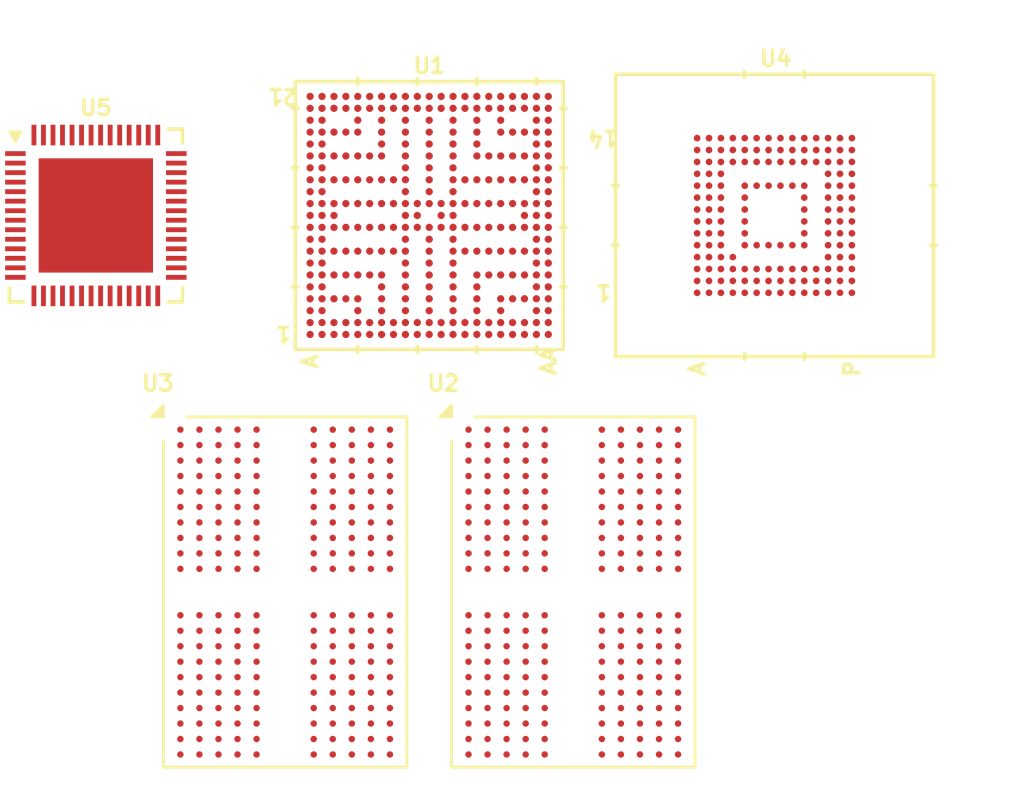
<source format=kicad_pcb>
(kicad_pcb (version 20240108) (generator "pcbnew") (generator_version "8.0")
  (layers (0 "F.Cu" signal) (1 "In1.Cu" signal) (2 "In2.Cu" signal) (3 "In3.Cu" signal) (4 "In4.Cu" signal) (5 "In5.Cu" signal) (6 "In6.Cu" signal) (31 "B.Cu" signal) (34 "B.Paste" user) (35 "F.Paste" user) (36 "B.SilkS" user "B.Silkscreen") (37 "F.SilkS" user "F.Silkscreen") (38 "B.Mask" user) (39 "F.Mask" user) (44 "Edge.Cuts" user))
  (net 0 "")
  (net 2 "/DRAM_DQS1_P")
  (net 4 "/DRAM_DATA5")
  (net 5 "/DRAM_DATA15")
  (net 10 "/DRAM_DATA11")
  (net 16 "/DRAM_DATA8")
  (net 31 "/DRAM_DATA6")
  (net 33 "/DRAM_DATA7")
  (net 34 "/DRAM_DATA14")
  (net 36 "/DRAM_DATA0")
  (net 40 "/DRAM_DATA1")
  (net 42 "/DRAM_DATA4")
  (net 44 "/DRAM_DATA2")
  (net 77 "/DRAM_DATA3")
  (net 85 "/DRAM_DQS0_N")
  (net 88 "/DRAM_DQS1_N")
  (net 93 "/DRAM_DQS0_P")
  (net 103 "/DRAM_DATA10")
  (net 106 "/DRAM_DATA13")
  (net 111 "/DRAM_DATA12")
  (net 113 "/DRAM_DATA9")
  (net 129 "VDD_SOC")
  (net 135 "NVCC_DRAM")
  (net 231 "VDD1")
  (net 232 "VDDQ")
  (net 233 "/DRAM_DMI0")
  (net 234 "/DRAM_DMI1")
  (net 241 "VDD2")
  (net 347 "GND")
  (net 354 "VCC")
  (net 357 "VCC_q")
  (footprint "Package_BGA:BGA-200_10.0x14.5mm_Layout12x22_P0.80x0.65mm" (layer "F.Cu") (at 106.05 115.825)
    (property "Reference" "U2")
    (property "Value" "B3221PM3BDGUI")
  )
  (footprint "Package_BGA:BGA-200_10.0x14.5mm_Layout12x22_P0.80x0.65mm" (layer "F.Cu") (at 93.95 115.825)
    (property "Reference" "U3")
    (property "Value" "B3221PM3BDGUI")
  )
  (footprint "Marijn_KiCad:HVQFN56" (layer "F.Cu") (at 86 100)
    (property "Reference" "U5")
    (property "Value" "PCA9450BHNY")
  )
  (footprint "Marijn_KiCad:FCBGA-306" (layer "F.Cu") (at 100 100 90)
    (property "Reference" "U1")
    (property "Value" "MIMX8MN5DVPIZDA")
  )
  (footprint "Marijn_KiCad:FBGA153_13X11.5X0.8" (layer "F.Cu") (at 114.5 100 90)
    (property "Reference" "U4")
    (property "Value" "EMMC32G-TS0A-01002")
  )
)
</source>
